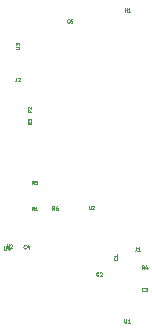
<source format=gbr>
G04 #@! TF.GenerationSoftware,KiCad,Pcbnew,5.1.10-88a1d61d58~90~ubuntu20.04.1*
G04 #@! TF.CreationDate,2021-10-26T15:32:18+01:00*
G04 #@! TF.ProjectId,THP,5448502e-6b69-4636-9164-5f7063625858,rev?*
G04 #@! TF.SameCoordinates,Original*
G04 #@! TF.FileFunction,Other,ECO2*
%FSLAX46Y46*%
G04 Gerber Fmt 4.6, Leading zero omitted, Abs format (unit mm)*
G04 Created by KiCad (PCBNEW 5.1.10-88a1d61d58~90~ubuntu20.04.1) date 2021-10-26 15:32:18*
%MOMM*%
%LPD*%
G01*
G04 APERTURE LIST*
%ADD10C,0.075000*%
G04 APERTURE END LIST*
D10*
X3100000Y-4985714D02*
X3100000Y-5200000D01*
X3085714Y-5242857D01*
X3057142Y-5271428D01*
X3014285Y-5285714D01*
X2985714Y-5285714D01*
X3228571Y-5014285D02*
X3242857Y-5000000D01*
X3271428Y-4985714D01*
X3342857Y-4985714D01*
X3371428Y-5000000D01*
X3385714Y-5014285D01*
X3400000Y-5042857D01*
X3400000Y-5071428D01*
X3385714Y-5114285D01*
X3214285Y-5285714D01*
X3400000Y-5285714D01*
X2061428Y-19235714D02*
X2061428Y-19478571D01*
X2075714Y-19507142D01*
X2090000Y-19521428D01*
X2118571Y-19535714D01*
X2175714Y-19535714D01*
X2204285Y-19521428D01*
X2218571Y-19507142D01*
X2232857Y-19478571D01*
X2232857Y-19235714D01*
X2504285Y-19335714D02*
X2504285Y-19535714D01*
X2432857Y-19221428D02*
X2361428Y-19435714D01*
X2547142Y-19435714D01*
X6324440Y-16166514D02*
X6224440Y-16023657D01*
X6153011Y-16166514D02*
X6153011Y-15866514D01*
X6267297Y-15866514D01*
X6295868Y-15880800D01*
X6310154Y-15895085D01*
X6324440Y-15923657D01*
X6324440Y-15966514D01*
X6310154Y-15995085D01*
X6295868Y-16009371D01*
X6267297Y-16023657D01*
X6153011Y-16023657D01*
X6581582Y-15866514D02*
X6524440Y-15866514D01*
X6495868Y-15880800D01*
X6481582Y-15895085D01*
X6453011Y-15937942D01*
X6438725Y-15995085D01*
X6438725Y-16109371D01*
X6453011Y-16137942D01*
X6467297Y-16152228D01*
X6495868Y-16166514D01*
X6553011Y-16166514D01*
X6581582Y-16152228D01*
X6595868Y-16137942D01*
X6610154Y-16109371D01*
X6610154Y-16037942D01*
X6595868Y-16009371D01*
X6581582Y-15995085D01*
X6553011Y-15980800D01*
X6495868Y-15980800D01*
X6467297Y-15995085D01*
X6453011Y-16009371D01*
X6438725Y-16037942D01*
X12246428Y-25410714D02*
X12246428Y-25653571D01*
X12260714Y-25682142D01*
X12275000Y-25696428D01*
X12303571Y-25710714D01*
X12360714Y-25710714D01*
X12389285Y-25696428D01*
X12403571Y-25682142D01*
X12417857Y-25653571D01*
X12417857Y-25410714D01*
X12717857Y-25710714D02*
X12546428Y-25710714D01*
X12632142Y-25710714D02*
X12632142Y-25410714D01*
X12603571Y-25453571D01*
X12575000Y-25482142D01*
X12546428Y-25496428D01*
X3887300Y-19407942D02*
X3873014Y-19422228D01*
X3830157Y-19436514D01*
X3801585Y-19436514D01*
X3758728Y-19422228D01*
X3730157Y-19393657D01*
X3715871Y-19365085D01*
X3701585Y-19307942D01*
X3701585Y-19265085D01*
X3715871Y-19207942D01*
X3730157Y-19179371D01*
X3758728Y-19150800D01*
X3801585Y-19136514D01*
X3830157Y-19136514D01*
X3873014Y-19150800D01*
X3887300Y-19165085D01*
X4144442Y-19236514D02*
X4144442Y-19436514D01*
X4073014Y-19122228D02*
X4001585Y-19336514D01*
X4187300Y-19336514D01*
X7570000Y-285142D02*
X7555714Y-299428D01*
X7512857Y-313714D01*
X7484285Y-313714D01*
X7441428Y-299428D01*
X7412857Y-270857D01*
X7398571Y-242285D01*
X7384285Y-185142D01*
X7384285Y-142285D01*
X7398571Y-85142D01*
X7412857Y-56571D01*
X7441428Y-28000D01*
X7484285Y-13714D01*
X7512857Y-13714D01*
X7555714Y-28000D01*
X7570000Y-42285D01*
X7841428Y-13714D02*
X7698571Y-13714D01*
X7684285Y-156571D01*
X7698571Y-142285D01*
X7727142Y-128000D01*
X7798571Y-128000D01*
X7827142Y-142285D01*
X7841428Y-156571D01*
X7855714Y-185142D01*
X7855714Y-256571D01*
X7841428Y-285142D01*
X7827142Y-299428D01*
X7798571Y-313714D01*
X7727142Y-313714D01*
X7698571Y-299428D01*
X7684285Y-285142D01*
X3035714Y-2528571D02*
X3278571Y-2528571D01*
X3307142Y-2514285D01*
X3321428Y-2500000D01*
X3335714Y-2471428D01*
X3335714Y-2414285D01*
X3321428Y-2385714D01*
X3307142Y-2371428D01*
X3278571Y-2357142D01*
X3035714Y-2357142D01*
X3035714Y-2242857D02*
X3035714Y-2057142D01*
X3150000Y-2157142D01*
X3150000Y-2114285D01*
X3164285Y-2085714D01*
X3178571Y-2071428D01*
X3207142Y-2057142D01*
X3278571Y-2057142D01*
X3307142Y-2071428D01*
X3321428Y-2085714D01*
X3335714Y-2114285D01*
X3335714Y-2200000D01*
X3321428Y-2228571D01*
X3307142Y-2242857D01*
X2271428Y-19385714D02*
X2271428Y-19085714D01*
X2271428Y-19228571D02*
X2442857Y-19228571D01*
X2442857Y-19385714D02*
X2442857Y-19085714D01*
X2571428Y-19114285D02*
X2585714Y-19100000D01*
X2614285Y-19085714D01*
X2685714Y-19085714D01*
X2714285Y-19100000D01*
X2728571Y-19114285D01*
X2742857Y-19142857D01*
X2742857Y-19171428D01*
X2728571Y-19214285D01*
X2557142Y-19385714D01*
X2742857Y-19385714D01*
X12271428Y614285D02*
X12271428Y914285D01*
X12271428Y771428D02*
X12442857Y771428D01*
X12442857Y614285D02*
X12442857Y914285D01*
X12742857Y614285D02*
X12571428Y614285D01*
X12657142Y614285D02*
X12657142Y914285D01*
X12628571Y871428D01*
X12600000Y842857D01*
X12571428Y828571D01*
X4370714Y-8760000D02*
X4227857Y-8860000D01*
X4370714Y-8931428D02*
X4070714Y-8931428D01*
X4070714Y-8817142D01*
X4085000Y-8788571D01*
X4099285Y-8774285D01*
X4127857Y-8760000D01*
X4170714Y-8760000D01*
X4199285Y-8774285D01*
X4213571Y-8788571D01*
X4227857Y-8817142D01*
X4227857Y-8931428D01*
X4070714Y-8660000D02*
X4070714Y-8474285D01*
X4185000Y-8574285D01*
X4185000Y-8531428D01*
X4199285Y-8502857D01*
X4213571Y-8488571D01*
X4242142Y-8474285D01*
X4313571Y-8474285D01*
X4342142Y-8488571D01*
X4356428Y-8502857D01*
X4370714Y-8531428D01*
X4370714Y-8617142D01*
X4356428Y-8645714D01*
X4342142Y-8660000D01*
X4380714Y-7730000D02*
X4237857Y-7830000D01*
X4380714Y-7901428D02*
X4080714Y-7901428D01*
X4080714Y-7787142D01*
X4095000Y-7758571D01*
X4109285Y-7744285D01*
X4137857Y-7730000D01*
X4180714Y-7730000D01*
X4209285Y-7744285D01*
X4223571Y-7758571D01*
X4237857Y-7787142D01*
X4237857Y-7901428D01*
X4109285Y-7615714D02*
X4095000Y-7601428D01*
X4080714Y-7572857D01*
X4080714Y-7501428D01*
X4095000Y-7472857D01*
X4109285Y-7458571D01*
X4137857Y-7444285D01*
X4166428Y-7444285D01*
X4209285Y-7458571D01*
X4380714Y-7630000D01*
X4380714Y-7444285D01*
X4600000Y-16185714D02*
X4500000Y-16042857D01*
X4428571Y-16185714D02*
X4428571Y-15885714D01*
X4542857Y-15885714D01*
X4571428Y-15900000D01*
X4585714Y-15914285D01*
X4600000Y-15942857D01*
X4600000Y-15985714D01*
X4585714Y-16014285D01*
X4571428Y-16028571D01*
X4542857Y-16042857D01*
X4428571Y-16042857D01*
X4885714Y-16185714D02*
X4714285Y-16185714D01*
X4800000Y-16185714D02*
X4800000Y-15885714D01*
X4771428Y-15928571D01*
X4742857Y-15957142D01*
X4714285Y-15971428D01*
X13230100Y-19328334D02*
X13230100Y-19542620D01*
X13215814Y-19585477D01*
X13187242Y-19614048D01*
X13144385Y-19628334D01*
X13115814Y-19628334D01*
X13530100Y-19628334D02*
X13358671Y-19628334D01*
X13444385Y-19628334D02*
X13444385Y-19328334D01*
X13415814Y-19371191D01*
X13387242Y-19399762D01*
X13358671Y-19414048D01*
X13920000Y-21162714D02*
X13820000Y-21019857D01*
X13748571Y-21162714D02*
X13748571Y-20862714D01*
X13862857Y-20862714D01*
X13891428Y-20877000D01*
X13905714Y-20891285D01*
X13920000Y-20919857D01*
X13920000Y-20962714D01*
X13905714Y-20991285D01*
X13891428Y-21005571D01*
X13862857Y-21019857D01*
X13748571Y-21019857D01*
X14177142Y-20962714D02*
X14177142Y-21162714D01*
X14105714Y-20848428D02*
X14034285Y-21062714D01*
X14220000Y-21062714D01*
X9231428Y-15825714D02*
X9231428Y-16068571D01*
X9245714Y-16097142D01*
X9260000Y-16111428D01*
X9288571Y-16125714D01*
X9345714Y-16125714D01*
X9374285Y-16111428D01*
X9388571Y-16097142D01*
X9402857Y-16068571D01*
X9402857Y-15825714D01*
X9531428Y-15854285D02*
X9545714Y-15840000D01*
X9574285Y-15825714D01*
X9645714Y-15825714D01*
X9674285Y-15840000D01*
X9688571Y-15854285D01*
X9702857Y-15882857D01*
X9702857Y-15911428D01*
X9688571Y-15954285D01*
X9517142Y-16125714D01*
X9702857Y-16125714D01*
X13920000Y-23020142D02*
X13905714Y-23034428D01*
X13862857Y-23048714D01*
X13834285Y-23048714D01*
X13791428Y-23034428D01*
X13762857Y-23005857D01*
X13748571Y-22977285D01*
X13734285Y-22920142D01*
X13734285Y-22877285D01*
X13748571Y-22820142D01*
X13762857Y-22791571D01*
X13791428Y-22763000D01*
X13834285Y-22748714D01*
X13862857Y-22748714D01*
X13905714Y-22763000D01*
X13920000Y-22777285D01*
X14020000Y-22748714D02*
X14205714Y-22748714D01*
X14105714Y-22863000D01*
X14148571Y-22863000D01*
X14177142Y-22877285D01*
X14191428Y-22891571D01*
X14205714Y-22920142D01*
X14205714Y-22991571D01*
X14191428Y-23020142D01*
X14177142Y-23034428D01*
X14148571Y-23048714D01*
X14062857Y-23048714D01*
X14034285Y-23034428D01*
X14020000Y-23020142D01*
X11617142Y-20225000D02*
X11631428Y-20239285D01*
X11645714Y-20282142D01*
X11645714Y-20310714D01*
X11631428Y-20353571D01*
X11602857Y-20382142D01*
X11574285Y-20396428D01*
X11517142Y-20410714D01*
X11474285Y-20410714D01*
X11417142Y-20396428D01*
X11388571Y-20382142D01*
X11360000Y-20353571D01*
X11345714Y-20310714D01*
X11345714Y-20282142D01*
X11360000Y-20239285D01*
X11374285Y-20225000D01*
X11645714Y-19939285D02*
X11645714Y-20110714D01*
X11645714Y-20025000D02*
X11345714Y-20025000D01*
X11388571Y-20053571D01*
X11417142Y-20082142D01*
X11431428Y-20110714D01*
X4580000Y-13985714D02*
X4480000Y-13842857D01*
X4408571Y-13985714D02*
X4408571Y-13685714D01*
X4522857Y-13685714D01*
X4551428Y-13700000D01*
X4565714Y-13714285D01*
X4580000Y-13742857D01*
X4580000Y-13785714D01*
X4565714Y-13814285D01*
X4551428Y-13828571D01*
X4522857Y-13842857D01*
X4408571Y-13842857D01*
X4851428Y-13685714D02*
X4708571Y-13685714D01*
X4694285Y-13828571D01*
X4708571Y-13814285D01*
X4737142Y-13800000D01*
X4808571Y-13800000D01*
X4837142Y-13814285D01*
X4851428Y-13828571D01*
X4865714Y-13857142D01*
X4865714Y-13928571D01*
X4851428Y-13957142D01*
X4837142Y-13971428D01*
X4808571Y-13985714D01*
X4737142Y-13985714D01*
X4708571Y-13971428D01*
X4694285Y-13957142D01*
X10050000Y-21707142D02*
X10035714Y-21721428D01*
X9992857Y-21735714D01*
X9964285Y-21735714D01*
X9921428Y-21721428D01*
X9892857Y-21692857D01*
X9878571Y-21664285D01*
X9864285Y-21607142D01*
X9864285Y-21564285D01*
X9878571Y-21507142D01*
X9892857Y-21478571D01*
X9921428Y-21450000D01*
X9964285Y-21435714D01*
X9992857Y-21435714D01*
X10035714Y-21450000D01*
X10050000Y-21464285D01*
X10164285Y-21464285D02*
X10178571Y-21450000D01*
X10207142Y-21435714D01*
X10278571Y-21435714D01*
X10307142Y-21450000D01*
X10321428Y-21464285D01*
X10335714Y-21492857D01*
X10335714Y-21521428D01*
X10321428Y-21564285D01*
X10150000Y-21735714D01*
X10335714Y-21735714D01*
M02*

</source>
